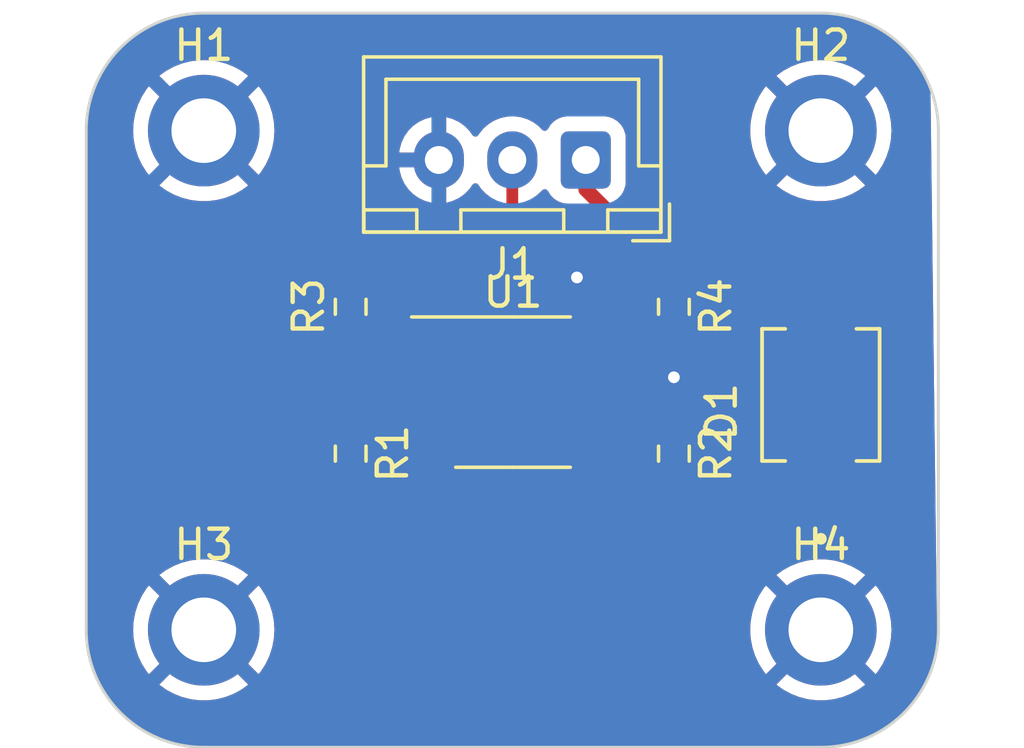
<source format=kicad_pcb>
(kicad_pcb (version 20221018) (generator pcbnew)
  (layers (0 "F.Cu" signal) (31 "B.Cu" signal) (34 "B.Paste" user) (35 "F.Paste" user) (36 "B.SilkS" user "B.Silkscreen") (37 "F.SilkS" user "F.Silkscreen") (38 "B.Mask" user) (39 "F.Mask" user) (44 "Edge.Cuts" user))
  (net 0 "")
  (net 1 "+5V")
  (net 2 "Net-(J1-Pin_2)")
  (net 3 "GND")
  (net 4 "Net-(U1-+)")
  (net 7 "Net-(U1--)")
  (footprint "Package_SO:SOIC-8_3.9x4.9mm_P1.27mm" (layer "F.Cu") (at 157.525 134.905)
    (fp_text reference "U1" (at 0 -3.4) (layer "F.SilkS"))
    (fp_text value "LM311" hide)
    (fp_line (start 0 -2.56) (end -3.45 -2.56) (stroke (width 0.12)) (layer "F.SilkS"))
    (fp_line (start 0 -2.56) (end 1.95 -2.56) (stroke (width 0.12)) (layer "F.SilkS"))
    (fp_line (start 0 2.56) (end -1.95 2.56) (stroke (width 0.12)) (layer "F.SilkS"))
    (fp_line (start 0 2.56) (end 1.95 2.56) (stroke (width 0.12)) (layer "F.SilkS"))
    (pad "1" smd roundrect (at -2.475 -1.905) (size 1.95 0.6) (layers "F.Cu" "F.Paste" "F.Mask") (net 3 "GND"))
    (pad "2" smd roundrect (at -2.475 -0.635) (size 1.95 0.6) (layers "F.Cu" "F.Paste" "F.Mask") (net 4 "Net-(U1-+)"))
    (pad "3" smd roundrect (at -2.475 0.635) (size 1.95 0.6) (layers "F.Cu" "F.Paste" "F.Mask") (net 7 "Net-(U1--)"))
    (pad "4" smd roundrect (at -2.475 1.905) (size 1.95 0.6) (layers "F.Cu" "F.Paste" "F.Mask") (net 3 "GND"))
    (pad "5" smd roundrect (at 2.475 1.905) (size 1.95 0.6) (layers "F.Cu" "F.Paste" "F.Mask"))
    (pad "6" smd roundrect (at 2.475 0.635) (size 1.95 0.6) (layers "F.Cu" "F.Paste" "F.Mask"))
    (pad "7" smd roundrect (at 2.475 -0.635) (size 1.95 0.6) (layers "F.Cu" "F.Paste" "F.Mask") (net 2 "Net-(J1-Pin_2)"))
    (pad "8" smd roundrect (at 2.475 -1.905) (size 1.95 0.6) (layers "F.Cu" "F.Paste" "F.Mask") (net 1 "+5V"))
  )
  (footprint "Resistor_SMD:R_0603_1608Metric_Pad0.98x0.95mm_HandSolder" (layer "F.Cu") (at 163 137 -90)
    (fp_text reference "R2" (at 0 -1.43 -90) (layer "F.SilkS"))
    (fp_text value "1k")
    (fp_line (start -0.254724 -0.5225) (end 0.254724 -0.5225) (stroke (width 0.12)) (layer "F.SilkS"))
    (fp_line (start -0.254724 0.5225) (end 0.254724 0.5225) (stroke (width 0.12)) (layer "F.SilkS"))
    (pad "1" smd roundrect (at -0.9125 0 270) (size 0.975 0.95) (layers "F.Cu" "F.Paste" "F.Mask") (net 1 "+5V"))
    (pad "2" smd roundrect (at 0.9125 0 270) (size 0.975 0.95) (layers "F.Cu" "F.Paste" "F.Mask") (net 4 "Net-(U1-+)"))
  )
  (footprint "Resistor_SMD:R_0603_1608Metric_Pad0.98x0.95mm_HandSolder" (layer "F.Cu") (at 152 132 90)
    (fp_text reference "R3" (at 0 -1.43 90) (layer "F.SilkS"))
    (fp_text value "180")
    (fp_line (start -0.254724 -0.5225) (end 0.254724 -0.5225) (stroke (width 0.12)) (layer "F.SilkS"))
    (fp_line (start -0.254724 0.5225) (end 0.254724 0.5225) (stroke (width 0.12)) (layer "F.SilkS"))
    (pad "1" smd roundrect (at -0.9125 0 90) (size 0.975 0.95) (layers "F.Cu" "F.Paste" "F.Mask") (net 4 "Net-(U1-+)"))
    (pad "2" smd roundrect (at 0.9125 0 90) (size 0.975 0.95) (layers "F.Cu" "F.Paste" "F.Mask") (net 3 "GND"))
  )
  (footprint "MountingHole:MountingHole_2.2mm_M2_DIN965_Pad" (layer "F.Cu") (at 147 126)
    (fp_text reference "H1" (at 0 -2.9) (layer "F.SilkS"))
    (fp_text value "MountingHole_Pad")
    (pad "1" thru_hole circle (at 0 0) (size 3.8 3.8) (drill 2.2) (layers "*.Cu" "*.Mask") (net 3 "GND"))
  )
  (footprint "MountingHole:MountingHole_2.2mm_M2_DIN965_Pad" (layer "F.Cu") (at 147 143)
    (fp_text reference "H3" (at 0 -2.9) (layer "F.SilkS"))
    (fp_text value "MountingHole_Pad")
    (pad "1" thru_hole circle (at 0 0) (size 3.8 3.8) (drill 2.2) (layers "*.Cu" "*.Mask") (net 3 "GND"))
  )
  (footprint "Resistor_SMD:R_0603_1608Metric_Pad0.98x0.95mm_HandSolder" (layer "F.Cu") (at 152 137 -90)
    (fp_text reference "R1" (at 0 -1.43 -90) (layer "F.SilkS"))
    (fp_text value "220k")
    (fp_line (start -0.254724 -0.5225) (end 0.254724 -0.5225) (stroke (width 0.12)) (layer "F.SilkS"))
    (fp_line (start -0.254724 0.5225) (end 0.254724 0.5225) (stroke (width 0.12)) (layer "F.SilkS"))
    (pad "1" smd roundrect (at -0.9125 0 270) (size 0.975 0.95) (layers "F.Cu" "F.Paste" "F.Mask") (net 7 "Net-(U1--)"))
    (pad "2" smd roundrect (at 0.9125 0 270) (size 0.975 0.95) (layers "F.Cu" "F.Paste" "F.Mask") (net 3 "GND"))
  )
  (footprint "MountingHole:MountingHole_2.2mm_M2_DIN965_Pad" (layer "F.Cu") (at 168 126)
    (fp_text reference "H2" (at 0 -2.9) (layer "F.SilkS"))
    (fp_text value "MountingHole_Pad")
    (pad "1" thru_hole circle (at 0 0) (size 3.8 3.8) (drill 2.2) (layers "*.Cu" "*.Mask") (net 3 "GND"))
  )
  (footprint "MountingHole:MountingHole_2.2mm_M2_DIN965_Pad" (layer "F.Cu") (at 168 143)
    (fp_text reference "H4" (at 0 -2.9) (layer "F.SilkS"))
    (fp_text value "MountingHole_Pad")
    (pad "1" thru_hole circle (at 0 0) (size 3.8 3.8) (drill 2.2) (layers "*.Cu" "*.Mask") (net 3 "GND"))
  )
  (footprint "Connector_JST:JST_XH_B3B-XH-A_1x03_P2.50mm_Vertical" (layer "F.Cu") (at 160 127 180)
    (fp_text reference "J1" (at 2.5 -3.55) (layer "F.SilkS"))
    (fp_text value "Conn_01x03_Pin")
    (fp_line (start -2.85 -2.75) (end -2.85 -1.5) (stroke (width 0.12)) (layer "F.SilkS"))
    (fp_line (start -2.56 -2.46) (end -2.56 3.51) (stroke (width 0.12)) (layer "F.SilkS"))
    (fp_line (start -2.56 3.51) (end 7.56 3.51) (stroke (width 0.12)) (layer "F.SilkS"))
    (fp_line (start -2.55 -2.45) (end -2.55 -1.7) (stroke (width 0.12)) (layer "F.SilkS"))
    (fp_line (start -2.55 -1.7) (end -0.75 -1.7) (stroke (width 0.12)) (layer "F.SilkS"))
    (fp_line (start -2.55 -0.2) (end -1.8 -0.2) (stroke (width 0.12)) (layer "F.SilkS"))
    (fp_line (start -1.8 -0.2) (end -1.8 2.75) (stroke (width 0.12)) (layer "F.SilkS"))
    (fp_line (start -1.8 2.75) (end 2.5 2.75) (stroke (width 0.12)) (layer "F.SilkS"))
    (fp_line (start -1.6 -2.75) (end -2.85 -2.75) (stroke (width 0.12)) (layer "F.SilkS"))
    (fp_line (start -0.75 -2.45) (end -2.55 -2.45) (stroke (width 0.12)) (layer "F.SilkS"))
    (fp_line (start -0.75 -1.7) (end -0.75 -2.45) (stroke (width 0.12)) (layer "F.SilkS"))
    (fp_line (start 0.75 -2.45) (end 0.75 -1.7) (stroke (width 0.12)) (layer "F.SilkS"))
    (fp_line (start 0.75 -1.7) (end 4.25 -1.7) (stroke (width 0.12)) (layer "F.SilkS"))
    (fp_line (start 4.25 -2.45) (end 0.75 -2.45) (stroke (width 0.12)) (layer "F.SilkS"))
    (fp_line (start 4.25 -1.7) (end 4.25 -2.45) (stroke (width 0.12)) (layer "F.SilkS"))
    (fp_line (start 5.75 -2.45) (end 5.75 -1.7) (stroke (width 0.12)) (layer "F.SilkS"))
    (fp_line (start 5.75 -1.7) (end 7.55 -1.7) (stroke (width 0.12)) (layer "F.SilkS"))
    (fp_line (start 6.8 -0.2) (end 6.8 2.75) (stroke (width 0.12)) (layer "F.SilkS"))
    (fp_line (start 6.8 2.75) (end 2.5 2.75) (stroke (width 0.12)) (layer "F.SilkS"))
    (fp_line (start 7.55 -2.45) (end 5.75 -2.45) (stroke (width 0.12)) (layer "F.SilkS"))
    (fp_line (start 7.55 -1.7) (end 7.55 -2.45) (stroke (width 0.12)) (layer "F.SilkS"))
    (fp_line (start 7.55 -0.2) (end 6.8 -0.2) (stroke (width 0.12)) (layer "F.SilkS"))
    (fp_line (start 7.56 -2.46) (end -2.56 -2.46) (stroke (width 0.12)) (layer "F.SilkS"))
    (fp_line (start 7.56 3.51) (end 7.56 -2.46) (stroke (width 0.12)) (layer "F.SilkS"))
    (pad "1" thru_hole roundrect (at 0 0 180) (size 1.7 1.95) (drill 0.95) (layers "*.Cu" "*.Mask") (roundrect_rratio 0.1470588235) (net 1 "+5V"))
    (pad "2" thru_hole oval (at 2.5 0 180) (size 1.7 1.95) (drill 0.95) (layers "*.Cu" "*.Mask") (net 2 "Net-(J1-Pin_2)"))
    (pad "3" thru_hole oval (at 5 0 180) (size 1.7 1.95) (drill 0.95) (layers "*.Cu" "*.Mask") (net 3 "GND"))
  )
  (footprint "VBPW34SR:DIO_VBPW34SR" (layer "F.Cu") (at 168 135 90)
    (fp_text reference "D1" (at -0.575 -3.385 90) (layer "F.SilkS"))
    (fp_text value "VBPW34SR")
    (fp_line (start -2.25 -2) (end -2.25 -1.2125) (stroke (width 0.127)) (layer "F.SilkS"))
    (fp_line (start -2.25 1.2125) (end -2.25 2) (stroke (width 0.127)) (layer "F.SilkS"))
    (fp_line (start -2.25 2) (end 2.25 2) (stroke (width 0.127)) (layer "F.SilkS"))
    (fp_line (start 2.25 -2) (end -2.25 -2) (stroke (width 0.127)) (layer "F.SilkS"))
    (fp_line (start 2.25 -1.2125) (end 2.25 -2) (stroke (width 0.127)) (layer "F.SilkS"))
    (fp_line (start 2.25 2) (end 2.25 1.2125) (stroke (width 0.127)) (layer "F.SilkS"))
    (fp_circle (center -4.9 0) (end -4.8 0) (stroke (width 0.2)) (fill none) (layer "F.SilkS"))
    (pad "A" smd rect (at 3.575 0 90) (size 1.75 1.8) (layers "F.Cu" "F.Paste" "F.Mask") (net 1 "+5V"))
    (pad "C" smd rect (at -3.575 0 90) (size 1.75 1.8) (layers "F.Cu" "F.Paste" "F.Mask") (net 7 "Net-(U1--)"))
  )
  (footprint "Resistor_SMD:R_0603_1608Metric_Pad0.98x0.95mm_HandSolder" (layer "F.Cu") (at 163 132 -90)
    (fp_text reference "R4" (at 0 -1.43 -90) (layer "F.SilkS"))
    (fp_text value "10k")
    (fp_line (start -0.254724 -0.5225) (end 0.254724 -0.5225) (stroke (width 0.12)) (layer "F.SilkS"))
    (fp_line (start -0.254724 0.5225) (end 0.254724 0.5225) (stroke (width 0.12)) (layer "F.SilkS"))
    (pad "1" smd roundrect (at -0.9125 0 270) (size 0.975 0.95) (layers "F.Cu" "F.Paste" "F.Mask") (net 1 "+5V"))
    (pad "2" smd roundrect (at 0.9125 0 270) (size 0.975 0.95) (layers "F.Cu" "F.Paste" "F.Mask") (net 2 "Net-(J1-Pin_2)"))
  )
  (gr_arc (start 172 143) (mid 170.828427 145.828427) (end 168 147) (stroke (width 0.1)) (layer "Edge.Cuts"))
  (gr_arc (start 143 126) (mid 144.171573 123.171573) (end 147 122) (stroke (width 0.1)) (layer "Edge.Cuts"))
  (gr_line (start 172 126) (end 172 143) (stroke (width 0.1)) (layer "Edge.Cuts"))
  (gr_line (start 143 126) (end 143 143) (stroke (width 0.1)) (layer "Edge.Cuts"))
  (gr_arc (start 147 147) (mid 144.171573 145.828427) (end 143 143) (stroke (width 0.1)) (layer "Edge.Cuts"))
  (gr_line (start 147 122) (end 168 122) (stroke (width 0.1)) (layer "Edge.Cuts"))
  (gr_arc (start 168 122) (mid 170.828427 123.171573) (end 172 126) (stroke (width 0.1)) (layer "Edge.Cuts"))
  (gr_line (start 168 147) (end 147 147) (stroke (width 0.1)) (layer "Edge.Cuts"))
  (gr_text "Li-Fi GAMIETTE\nRECEPTEUR" (at 152 145) (layer "F.Cu") (effects (font (size 1 1) (thickness 0.25) bold) (justify left bottom)))
  (segment (start 160 128) (end 160 127) (width 0.5) (layer "F.Cu") (net 1))
  (segment (start 163 136.0875) (end 166 133.0875) (width 0.4) (layer "F.Cu") (net 1))
  (segment (start 166 133.0875) (end 166 131) (width 0.4) (layer "F.Cu") (net 1))
  (segment (start 160 133) (end 161 133) (width 0.5) (layer "F.Cu") (net 1))
  (segment (start 161 133) (end 163 131) (width 0.5) (layer "F.Cu") (net 1))
  (segment (start 166 131) (end 167.575 131) (width 0.5) (layer "F.Cu") (net 1))
  (segment (start 163 131) (end 160 128) (width 0.5) (layer "F.Cu") (net 1))
  (segment (start 167.575 131) (end 168 131.425) (width 0.5) (layer "F.Cu") (net 1))
  (segment (start 163 131) (end 166 131) (width 0.5) (layer "F.Cu") (net 1))
  (segment (start 160 134.27) (end 161.73 134.27) (width 0.4) (layer "F.Cu") (net 2))
  (segment (start 161.73 134.27) (end 163 133) (width 0.4) (layer "F.Cu") (net 2))
  (segment (start 159.375761 134.27) (end 157.75288 132.64712) (width 0.4) (layer "F.Cu") (net 2))
  (segment (start 157.5 127) (end 157.5 132.39424) (width 0.4) (layer "F.Cu") (net 2))
  (segment (start 160 134.27) (end 159.375761 134.27) (width 0.4) (layer "F.Cu") (net 2))
  (segment (start 157.5 132.39424) (end 157.75288 132.64712) (width 0.4) (layer "F.Cu") (net 2))
  (via (at 163 134.4) (size 0.8) (drill 0.4) (layers "F.Cu" "B.Cu") (net 3))
  (via (at 159.7 131) (size 0.8) (drill 0.4) (layers "F.Cu" "B.Cu") (net 3))
  (segment (start 152 133) (end 153.27 134.27) (width 0.4) (layer "F.Cu") (net 4))
  (segment (start 159.295761 138) (end 163 138) (width 0.4) (layer "F.Cu") (net 4))
  (segment (start 158.2 136.904239) (end 159.295761 138) (width 0.4) (layer "F.Cu") (net 4))
  (segment (start 153.27 134.27) (end 155.05 134.27) (width 0.4) (layer "F.Cu") (net 4))
  (segment (start 156.404239 134.27) (end 158.2 136.065761) (width 0.4) (layer "F.Cu") (net 4))
  (segment (start 155.05 134.27) (end 156.404239 134.27) (width 0.4) (layer "F.Cu") (net 4))
  (segment (start 158.2 136.065761) (end 158.2 136.904239) (width 0.4) (layer "F.Cu") (net 4))
  (segment (start 155.05 135.54) (end 152.46 135.54) (width 0.4) (layer "F.Cu") (net 7))
  (segment (start 167.475 139.1) (end 168 138.575) (width 0.4) (layer "F.Cu") (net 7))
  (segment (start 155.05 135.54) (end 155.74 135.54) (width 0.4) (layer "F.Cu") (net 7))
  (segment (start 159.3 139.1) (end 167.475 139.1) (width 0.4) (layer "F.Cu") (net 7))
  (segment (start 152.46 135.54) (end 152 136) (width 0.4) (layer "F.Cu") (net 7))
  (segment (start 155.74 135.54) (end 159.3 139.1) (width 0.4) (layer "F.Cu") (net 7))
  (zone (net 3) (net_name "GND") (layers "F&B.Cu") (priority 1) (connect_pads (clearance 0.508)) (min_thickness 0.25) (fill yes (thermal_gap 0.5) (thermal_bridge_width 0.5))
    (polygon (pts (xy 172 147) (xy 143 147) (xy 143 122) (xy 171.7 122)))
  )
)
</source>
